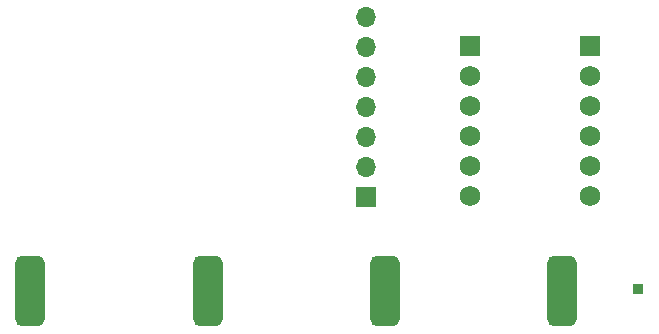
<source format=gts>
G04 #@! TF.GenerationSoftware,KiCad,Pcbnew,7.0.2*
G04 #@! TF.CreationDate,2024-09-29T20:12:52-04:00*
G04 #@! TF.ProjectId,GPIO_circuit,4750494f-5f63-4697-9263-7569742e6b69,rev?*
G04 #@! TF.SameCoordinates,Original*
G04 #@! TF.FileFunction,Soldermask,Top*
G04 #@! TF.FilePolarity,Negative*
%FSLAX46Y46*%
G04 Gerber Fmt 4.6, Leading zero omitted, Abs format (unit mm)*
G04 Created by KiCad (PCBNEW 7.0.2) date 2024-09-29 20:12:52*
%MOMM*%
%LPD*%
G01*
G04 APERTURE LIST*
G04 Aperture macros list*
%AMRoundRect*
0 Rectangle with rounded corners*
0 $1 Rounding radius*
0 $2 $3 $4 $5 $6 $7 $8 $9 X,Y pos of 4 corners*
0 Add a 4 corners polygon primitive as box body*
4,1,4,$2,$3,$4,$5,$6,$7,$8,$9,$2,$3,0*
0 Add four circle primitives for the rounded corners*
1,1,$1+$1,$2,$3*
1,1,$1+$1,$4,$5*
1,1,$1+$1,$6,$7*
1,1,$1+$1,$8,$9*
0 Add four rect primitives between the rounded corners*
20,1,$1+$1,$2,$3,$4,$5,0*
20,1,$1+$1,$4,$5,$6,$7,0*
20,1,$1+$1,$6,$7,$8,$9,0*
20,1,$1+$1,$8,$9,$2,$3,0*%
G04 Aperture macros list end*
%ADD10R,0.850000X0.850000*%
%ADD11RoundRect,0.625000X-0.625000X-2.375000X0.625000X-2.375000X0.625000X2.375000X-0.625000X2.375000X0*%
%ADD12R,1.700000X1.700000*%
%ADD13O,1.700000X1.700000*%
%ADD14C,1.728000*%
%ADD15RoundRect,0.102000X-0.762000X-0.762000X0.762000X-0.762000X0.762000X0.762000X-0.762000X0.762000X0*%
G04 APERTURE END LIST*
D10*
X156464000Y-85852000D03*
D11*
X150000000Y-86000000D03*
X135000000Y-86000000D03*
X120000000Y-86000000D03*
X105000000Y-86000000D03*
D12*
X133407000Y-78105000D03*
D13*
X133407000Y-75565000D03*
X133407000Y-73025000D03*
X133407000Y-70485000D03*
X133407000Y-67945000D03*
X133407000Y-65405000D03*
X133407000Y-62865000D03*
D14*
X152400000Y-72898000D03*
X142240000Y-72898000D03*
X152400000Y-70358000D03*
D15*
X152400000Y-65278000D03*
D14*
X152400000Y-67818000D03*
X152400000Y-75438000D03*
X152400000Y-77978000D03*
X142240000Y-70358000D03*
D15*
X142240000Y-65278000D03*
D14*
X142240000Y-67818000D03*
X142240000Y-75438000D03*
X142240000Y-77978000D03*
M02*

</source>
